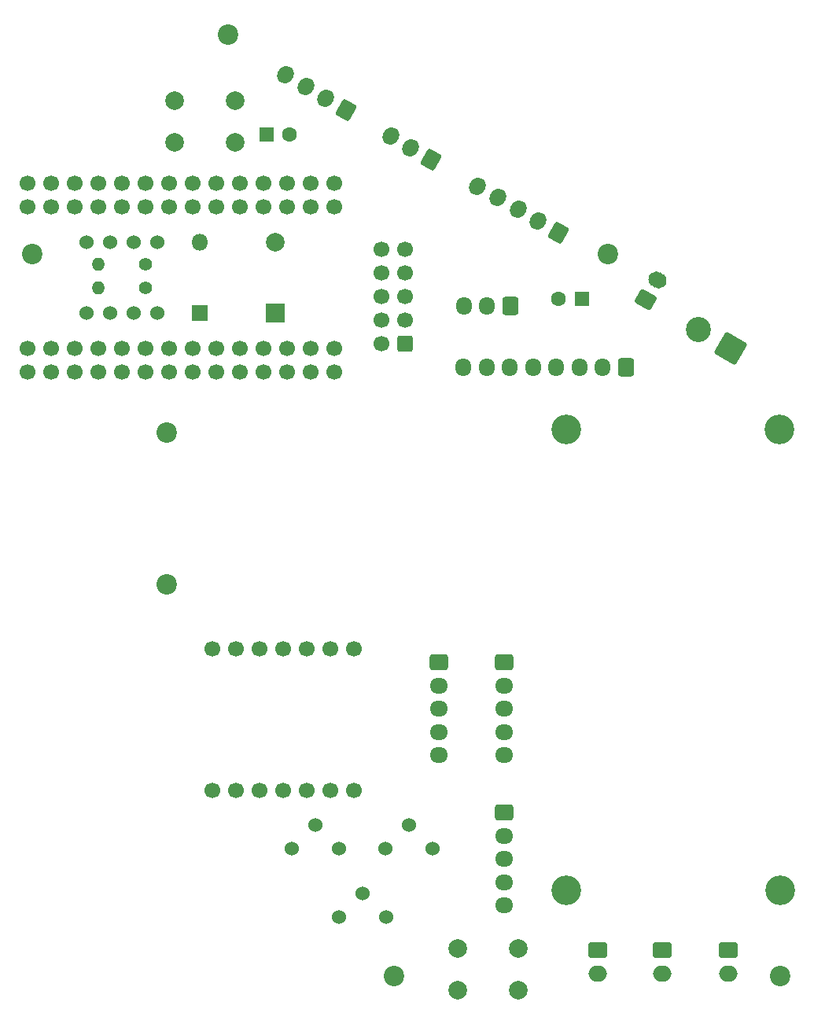
<source format=gbr>
%TF.GenerationSoftware,KiCad,Pcbnew,7.0.9*%
%TF.CreationDate,2024-03-01T11:40:11+09:00*%
%TF.ProjectId,MainBoard,4d61696e-426f-4617-9264-2e6b69636164,rev?*%
%TF.SameCoordinates,Original*%
%TF.FileFunction,Soldermask,Top*%
%TF.FilePolarity,Negative*%
%FSLAX46Y46*%
G04 Gerber Fmt 4.6, Leading zero omitted, Abs format (unit mm)*
G04 Created by KiCad (PCBNEW 7.0.9) date 2024-03-01 11:40:11*
%MOMM*%
%LPD*%
G01*
G04 APERTURE LIST*
G04 Aperture macros list*
%AMRoundRect*
0 Rectangle with rounded corners*
0 $1 Rounding radius*
0 $2 $3 $4 $5 $6 $7 $8 $9 X,Y pos of 4 corners*
0 Add a 4 corners polygon primitive as box body*
4,1,4,$2,$3,$4,$5,$6,$7,$8,$9,$2,$3,0*
0 Add four circle primitives for the rounded corners*
1,1,$1+$1,$2,$3*
1,1,$1+$1,$4,$5*
1,1,$1+$1,$6,$7*
1,1,$1+$1,$8,$9*
0 Add four rect primitives between the rounded corners*
20,1,$1+$1,$2,$3,$4,$5,0*
20,1,$1+$1,$4,$5,$6,$7,0*
20,1,$1+$1,$6,$7,$8,$9,0*
20,1,$1+$1,$8,$9,$2,$3,0*%
%AMHorizOval*
0 Thick line with rounded ends*
0 $1 width*
0 $2 $3 position (X,Y) of the first rounded end (center of the circle)*
0 $4 $5 position (X,Y) of the second rounded end (center of the circle)*
0 Add line between two ends*
20,1,$1,$2,$3,$4,$5,0*
0 Add two circle primitives to create the rounded ends*
1,1,$1,$2,$3*
1,1,$1,$4,$5*%
G04 Aperture macros list end*
%ADD10C,1.400000*%
%ADD11O,1.400000X1.400000*%
%ADD12RoundRect,0.250000X-0.750000X0.600000X-0.750000X-0.600000X0.750000X-0.600000X0.750000X0.600000X0*%
%ADD13O,2.000000X1.700000*%
%ADD14RoundRect,0.250000X0.882115X0.327868X-0.157115X0.927868X-0.882115X-0.327868X0.157115X-0.927868X0*%
%ADD15HorizOval,1.700000X0.062500X0.108253X-0.062500X-0.108253X0*%
%ADD16C,3.200000*%
%ADD17C,1.524000*%
%ADD18RoundRect,0.250001X1.502627X0.402628X-0.402628X1.502627X-1.502627X-0.402628X0.402628X-1.502627X0*%
%ADD19C,2.700000*%
%ADD20C,1.700000*%
%ADD21RoundRect,0.250000X0.349519X-0.894615X0.949519X0.144615X-0.349519X0.894615X-0.949519X-0.144615X0*%
%ADD22HorizOval,1.700000X-0.129904X0.075000X0.129904X-0.075000X0*%
%ADD23C,2.200000*%
%ADD24RoundRect,0.250000X-0.725000X0.600000X-0.725000X-0.600000X0.725000X-0.600000X0.725000X0.600000X0*%
%ADD25O,1.950000X1.700000*%
%ADD26RoundRect,0.250000X0.600000X0.600000X-0.600000X0.600000X-0.600000X-0.600000X0.600000X-0.600000X0*%
%ADD27C,2.000000*%
%ADD28RoundRect,0.250000X0.600000X0.725000X-0.600000X0.725000X-0.600000X-0.725000X0.600000X-0.725000X0*%
%ADD29O,1.700000X1.950000*%
%ADD30R,1.800000X1.800000*%
%ADD31O,1.800000X1.800000*%
%ADD32R,1.600000X1.600000*%
%ADD33C,1.600000*%
%ADD34R,2.000000X2.000000*%
G04 APERTURE END LIST*
D10*
%TO.C,R3*%
X131572000Y-72288400D03*
D11*
X126492000Y-72288400D03*
%TD*%
D10*
%TO.C,R2*%
X131572000Y-69748400D03*
D11*
X126492000Y-69748400D03*
%TD*%
D12*
%TO.C,J6*%
X180270000Y-143550000D03*
D13*
X180270000Y-146050000D03*
%TD*%
D14*
%TO.C,J17*%
X176022000Y-66294000D03*
D15*
X173856936Y-65044000D03*
X171691873Y-63794000D03*
X169526809Y-62544000D03*
X167361746Y-61294000D03*
%TD*%
D16*
%TO.C,REF\u002A\u002A*%
X199872600Y-87477600D03*
%TD*%
D17*
%TO.C,R4*%
X152400000Y-139954000D03*
X154940000Y-137414000D03*
X157480000Y-139954000D03*
%TD*%
D18*
%TO.C,J11*%
X194564000Y-78740000D03*
D19*
X191134539Y-76760000D03*
%TD*%
D20*
%TO.C,U1*%
X123952000Y-81290000D03*
X118872000Y-78750000D03*
X121412000Y-63510000D03*
X126492000Y-60970000D03*
X129032000Y-60970000D03*
X146812000Y-60970000D03*
X121412000Y-78750000D03*
X123952000Y-78750000D03*
X126492000Y-78750000D03*
X129032000Y-78750000D03*
X131572000Y-78750000D03*
X134112000Y-78750000D03*
X136652000Y-78750000D03*
X139192000Y-78750000D03*
X141732000Y-78750000D03*
X144272000Y-78750000D03*
X146812000Y-78750000D03*
X149352000Y-78750000D03*
X151892000Y-78750000D03*
X151892000Y-81290000D03*
X149352000Y-60970000D03*
X151892000Y-60970000D03*
X151892000Y-63510000D03*
X149352000Y-63510000D03*
X146812000Y-63510000D03*
X144272000Y-63510000D03*
X141732000Y-63510000D03*
X139192000Y-63510000D03*
X136652000Y-63510000D03*
X134112000Y-63510000D03*
X131572000Y-63510000D03*
X129032000Y-63510000D03*
X126492000Y-63510000D03*
X129032000Y-81290000D03*
X123952000Y-63510000D03*
X144272000Y-60970000D03*
X118872000Y-63510000D03*
X118872000Y-60970000D03*
X141732000Y-60970000D03*
X134112000Y-60970000D03*
X136652000Y-60970000D03*
X131572000Y-60970000D03*
X139192000Y-60970000D03*
X139192000Y-81290000D03*
X149352000Y-81290000D03*
X141732000Y-81290000D03*
X146812000Y-81290000D03*
X144272000Y-81290000D03*
X118872000Y-81290000D03*
X121412000Y-81290000D03*
X126492000Y-81290000D03*
X131572000Y-81290000D03*
X134112000Y-81290000D03*
X136652000Y-81290000D03*
X121412000Y-60970000D03*
X123952000Y-60970000D03*
%TD*%
D16*
%TO.C,REF\u002A\u002A*%
X176885600Y-137083800D03*
%TD*%
D21*
%TO.C,J12*%
X185440000Y-73539064D03*
D22*
X186690000Y-71374000D03*
%TD*%
D14*
%TO.C,J9*%
X153162000Y-53086000D03*
D15*
X150996936Y-51836000D03*
X148831873Y-50586000D03*
X146666809Y-49336000D03*
%TD*%
D23*
%TO.C,REF\u002A\u002A*%
X181356000Y-68580000D03*
%TD*%
D24*
%TO.C,J3*%
X163182300Y-112572800D03*
D25*
X163182300Y-115072800D03*
X163182300Y-117572800D03*
X163182300Y-120072800D03*
X163182300Y-122572800D03*
%TD*%
D23*
%TO.C,REF\u002A\u002A*%
X133858000Y-87833200D03*
%TD*%
D26*
%TO.C,J10*%
X159512000Y-78232000D03*
D20*
X156972000Y-78232000D03*
X159512000Y-75692000D03*
X156972000Y-75692000D03*
X159512000Y-73152000D03*
X156972000Y-73152000D03*
X159512000Y-70612000D03*
X156972000Y-70612000D03*
X159512000Y-68072000D03*
X156972000Y-68072000D03*
%TD*%
D24*
%TO.C,J1*%
X170180000Y-128731000D03*
D25*
X170180000Y-131231000D03*
X170180000Y-133731000D03*
X170180000Y-136231000D03*
X170180000Y-138731000D03*
%TD*%
D23*
%TO.C,REF\u002A\u002A*%
X140487400Y-44983400D03*
%TD*%
D16*
%TO.C,REF\u002A\u002A*%
X199923400Y-137083800D03*
%TD*%
D27*
%TO.C,SW1*%
X141224000Y-56570000D03*
X134724000Y-56570000D03*
X141224000Y-52070000D03*
X134724000Y-52070000D03*
%TD*%
%TO.C,SW2*%
X171704000Y-147878800D03*
X165204000Y-147878800D03*
X171704000Y-143378800D03*
X165204000Y-143378800D03*
%TD*%
D12*
%TO.C,J4*%
X194310000Y-143550000D03*
D13*
X194310000Y-146050000D03*
%TD*%
D17*
%TO.C,RV1*%
X147320000Y-132588000D03*
X149860000Y-130048000D03*
X152400000Y-132588000D03*
%TD*%
D23*
%TO.C,REF\u002A\u002A*%
X158369000Y-146329400D03*
%TD*%
D28*
%TO.C,J13*%
X183308000Y-80772000D03*
D29*
X180808000Y-80772000D03*
X178308000Y-80772000D03*
X175808000Y-80772000D03*
X173308000Y-80772000D03*
X170808000Y-80772000D03*
X168308000Y-80772000D03*
X165808000Y-80772000D03*
%TD*%
D16*
%TO.C,REF\u002A\u002A*%
X176885600Y-87477600D03*
%TD*%
D23*
%TO.C,REF\u002A\u002A*%
X199948800Y-146329400D03*
%TD*%
D17*
%TO.C,U3*%
X132842000Y-67320000D03*
X130302000Y-67320000D03*
X127762000Y-67320000D03*
X125222000Y-67320000D03*
X132842000Y-74940000D03*
X130302000Y-74940000D03*
X127762000Y-74940000D03*
X125222000Y-74940000D03*
%TD*%
D30*
%TO.C,D1*%
X137414000Y-74940000D03*
D31*
X137414000Y-67320000D03*
%TD*%
D23*
%TO.C,REF\u002A\u002A*%
X119380000Y-68580000D03*
%TD*%
%TO.C,REF\u002A\u002A*%
X133858000Y-104190800D03*
%TD*%
D12*
%TO.C,J5*%
X187255000Y-143570000D03*
D13*
X187255000Y-146070000D03*
%TD*%
D17*
%TO.C,R5*%
X157429200Y-132588000D03*
X159969200Y-130048000D03*
X162509200Y-132588000D03*
%TD*%
D14*
%TO.C,J14*%
X162306000Y-58420000D03*
D15*
X160140936Y-57170000D03*
X157975873Y-55920000D03*
%TD*%
D24*
%TO.C,J2*%
X170167300Y-112572800D03*
D25*
X170167300Y-115072800D03*
X170167300Y-117572800D03*
X170167300Y-120072800D03*
X170167300Y-122572800D03*
%TD*%
D20*
%TO.C,U2*%
X138760200Y-126365000D03*
X141300200Y-126365000D03*
X143840200Y-126365000D03*
X146380200Y-126365000D03*
X148920200Y-126365000D03*
X151460200Y-126365000D03*
X154000200Y-126365000D03*
X154000200Y-111125000D03*
X151460200Y-111125000D03*
X148920200Y-111125000D03*
X146380200Y-111125000D03*
X143840200Y-111125000D03*
X141300200Y-111125000D03*
X138760200Y-111125000D03*
%TD*%
D32*
%TO.C,C1*%
X178587400Y-73406000D03*
D33*
X176087400Y-73406000D03*
%TD*%
D34*
%TO.C,BZ1*%
X145542000Y-74930000D03*
D27*
X145542000Y-67330000D03*
%TD*%
D28*
%TO.C,J8*%
X170862000Y-74168000D03*
D29*
X168362000Y-74168000D03*
X165862000Y-74168000D03*
%TD*%
D32*
%TO.C,C2*%
X144602200Y-55778400D03*
D33*
X147102200Y-55778400D03*
%TD*%
M02*

</source>
